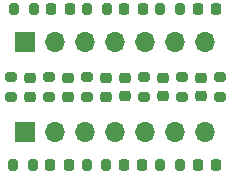
<source format=gbr>
%TF.GenerationSoftware,KiCad,Pcbnew,6.0.11+dfsg-1*%
%TF.CreationDate,2023-08-13T13:31:44-04:00*%
%TF.ProjectId,ButtonDip14,42757474-6f6e-4446-9970-31342e6b6963,rev?*%
%TF.SameCoordinates,Original*%
%TF.FileFunction,Soldermask,Top*%
%TF.FilePolarity,Negative*%
%FSLAX46Y46*%
G04 Gerber Fmt 4.6, Leading zero omitted, Abs format (unit mm)*
G04 Created by KiCad (PCBNEW 6.0.11+dfsg-1) date 2023-08-13 13:31:44*
%MOMM*%
%LPD*%
G01*
G04 APERTURE LIST*
G04 Aperture macros list*
%AMRoundRect*
0 Rectangle with rounded corners*
0 $1 Rounding radius*
0 $2 $3 $4 $5 $6 $7 $8 $9 X,Y pos of 4 corners*
0 Add a 4 corners polygon primitive as box body*
4,1,4,$2,$3,$4,$5,$6,$7,$8,$9,$2,$3,0*
0 Add four circle primitives for the rounded corners*
1,1,$1+$1,$2,$3*
1,1,$1+$1,$4,$5*
1,1,$1+$1,$6,$7*
1,1,$1+$1,$8,$9*
0 Add four rect primitives between the rounded corners*
20,1,$1+$1,$2,$3,$4,$5,0*
20,1,$1+$1,$4,$5,$6,$7,0*
20,1,$1+$1,$6,$7,$8,$9,0*
20,1,$1+$1,$8,$9,$2,$3,0*%
G04 Aperture macros list end*
%ADD10RoundRect,0.218750X0.256250X-0.218750X0.256250X0.218750X-0.256250X0.218750X-0.256250X-0.218750X0*%
%ADD11RoundRect,0.200000X-0.200000X-0.275000X0.200000X-0.275000X0.200000X0.275000X-0.200000X0.275000X0*%
%ADD12RoundRect,0.200000X0.275000X-0.200000X0.275000X0.200000X-0.275000X0.200000X-0.275000X-0.200000X0*%
%ADD13RoundRect,0.218750X-0.256250X0.218750X-0.256250X-0.218750X0.256250X-0.218750X0.256250X0.218750X0*%
%ADD14RoundRect,0.225000X-0.225000X-0.250000X0.225000X-0.250000X0.225000X0.250000X-0.225000X0.250000X0*%
%ADD15RoundRect,0.200000X0.200000X0.275000X-0.200000X0.275000X-0.200000X-0.275000X0.200000X-0.275000X0*%
%ADD16RoundRect,0.200000X-0.275000X0.200000X-0.275000X-0.200000X0.275000X-0.200000X0.275000X0.200000X0*%
%ADD17RoundRect,0.225000X0.225000X0.250000X-0.225000X0.250000X-0.225000X-0.250000X0.225000X-0.250000X0*%
%ADD18R,1.700000X1.700000*%
%ADD19O,1.700000X1.700000*%
G04 APERTURE END LIST*
D10*
%TO.C,D6*%
X134285950Y-108717500D03*
X134285950Y-107142500D03*
%TD*%
D11*
%TO.C,R1*%
X118368648Y-114554000D03*
X120018648Y-114554000D03*
%TD*%
D10*
%TO.C,D5*%
X131077860Y-108717500D03*
X131077860Y-107142500D03*
%TD*%
D12*
%TO.C,R8*%
X129473815Y-108775000D03*
X129473815Y-107125000D03*
%TD*%
D10*
%TO.C,D4*%
X127869770Y-108717500D03*
X127869770Y-107142500D03*
%TD*%
D13*
%TO.C,D3*%
X126225725Y-107182500D03*
X126225725Y-108757500D03*
%TD*%
D12*
%TO.C,R12*%
X135890000Y-108775000D03*
X135890000Y-107125000D03*
%TD*%
D14*
%TO.C,C3*%
X134012568Y-114554000D03*
X135562568Y-114554000D03*
%TD*%
D15*
%TO.C,R5*%
X132493784Y-114554000D03*
X130843784Y-114554000D03*
%TD*%
D16*
%TO.C,R6*%
X124621680Y-107125000D03*
X124621680Y-108775000D03*
%TD*%
D17*
%TO.C,C4*%
X123152200Y-101346000D03*
X121602200Y-101346000D03*
%TD*%
%TO.C,C1*%
X123087432Y-114554000D03*
X121537432Y-114554000D03*
%TD*%
D18*
%TO.C,J2*%
X119340000Y-111760000D03*
D19*
X121880000Y-111760000D03*
X124420000Y-111760000D03*
X126960000Y-111760000D03*
X129500000Y-111760000D03*
X132040000Y-111760000D03*
X134580000Y-111760000D03*
%TD*%
D18*
%TO.C,J1*%
X119375000Y-104140000D03*
D19*
X121915000Y-104140000D03*
X124455000Y-104140000D03*
X126995000Y-104140000D03*
X129535000Y-104140000D03*
X132075000Y-104140000D03*
X134615000Y-104140000D03*
%TD*%
D12*
%TO.C,R10*%
X132681905Y-108775000D03*
X132681905Y-107125000D03*
%TD*%
D14*
%TO.C,C2*%
X127775000Y-114554000D03*
X129325000Y-114554000D03*
%TD*%
D11*
%TO.C,R11*%
X130848600Y-101346000D03*
X132498600Y-101346000D03*
%TD*%
D13*
%TO.C,D2*%
X123017635Y-107182500D03*
X123017635Y-108757500D03*
%TD*%
D17*
%TO.C,C6*%
X135547400Y-101346000D03*
X133997400Y-101346000D03*
%TD*%
D16*
%TO.C,R4*%
X121413590Y-107125000D03*
X121413590Y-108775000D03*
%TD*%
D11*
%TO.C,R9*%
X124651000Y-101346000D03*
X126301000Y-101346000D03*
%TD*%
%TO.C,R3*%
X124606216Y-114554000D03*
X126256216Y-114554000D03*
%TD*%
D16*
%TO.C,R2*%
X118205500Y-107125000D03*
X118205500Y-108775000D03*
%TD*%
D17*
%TO.C,C5*%
X129349800Y-101346000D03*
X127799800Y-101346000D03*
%TD*%
D13*
%TO.C,D1*%
X119809545Y-107182500D03*
X119809545Y-108757500D03*
%TD*%
D11*
%TO.C,R7*%
X118453400Y-101346000D03*
X120103400Y-101346000D03*
%TD*%
M02*

</source>
